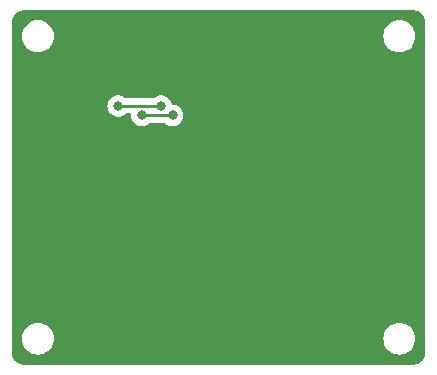
<source format=gbr>
%TF.GenerationSoftware,KiCad,Pcbnew,7.0.11-7.0.11~ubuntu22.04.1*%
%TF.CreationDate,2024-06-13T22:21:10+02:00*%
%TF.ProjectId,schneggi_sensor_kicad7,7363686e-6567-4676-995f-73656e736f72,rev?*%
%TF.SameCoordinates,Original*%
%TF.FileFunction,Copper,L2,Bot*%
%TF.FilePolarity,Positive*%
%FSLAX46Y46*%
G04 Gerber Fmt 4.6, Leading zero omitted, Abs format (unit mm)*
G04 Created by KiCad (PCBNEW 7.0.11-7.0.11~ubuntu22.04.1) date 2024-06-13 22:21:10*
%MOMM*%
%LPD*%
G01*
G04 APERTURE LIST*
%TA.AperFunction,ViaPad*%
%ADD10C,0.800000*%
%TD*%
%TA.AperFunction,Conductor*%
%ADD11C,0.250000*%
%TD*%
G04 APERTURE END LIST*
D10*
%TO.N,GND*%
X19400000Y-16800000D03*
X12200000Y-5400000D03*
X19800000Y-9000000D03*
X19400000Y-13100000D03*
X11400000Y-1400000D03*
X8300000Y-1500000D03*
X17500000Y-15000000D03*
X15700000Y-13100000D03*
X15700000Y-16700000D03*
X21200000Y-20475000D03*
%TO.N,SCL*%
X13600000Y-8900000D03*
X11000000Y-8900000D03*
%TO.N,nRF_VDD*%
X9000000Y-8100000D03*
X12635000Y-8100000D03*
%TD*%
D11*
%TO.N,SCL*%
X13600000Y-8900000D02*
X11000000Y-8900000D01*
%TO.N,nRF_VDD*%
X12635000Y-8100000D02*
X9000000Y-8100000D01*
%TD*%
%TA.AperFunction,Conductor*%
%TO.N,GND*%
G36*
X34005474Y-979D02*
G01*
X34013300Y-1663D01*
X34044887Y-4427D01*
X34046124Y-4542D01*
X34171603Y-16901D01*
X34191847Y-20584D01*
X34256419Y-37886D01*
X34260252Y-38981D01*
X34351432Y-66640D01*
X34368092Y-73014D01*
X34404035Y-89775D01*
X34433794Y-103652D01*
X34439939Y-106724D01*
X34518940Y-148951D01*
X34531815Y-156860D01*
X34592829Y-199583D01*
X34600491Y-205396D01*
X34668383Y-261113D01*
X34677545Y-269418D01*
X34730580Y-322453D01*
X34738885Y-331615D01*
X34794602Y-399507D01*
X34800415Y-407169D01*
X34843138Y-468183D01*
X34851047Y-481058D01*
X34893274Y-560059D01*
X34896346Y-566204D01*
X34926982Y-631902D01*
X34933362Y-648577D01*
X34960996Y-739674D01*
X34962129Y-743640D01*
X34979412Y-808144D01*
X34983098Y-828404D01*
X34995456Y-953874D01*
X34995583Y-955239D01*
X34999020Y-994513D01*
X34999500Y-1005498D01*
X34999500Y-28994499D01*
X34999020Y-29005484D01*
X34995582Y-29044767D01*
X34995455Y-29046132D01*
X34983098Y-29171594D01*
X34979412Y-29191854D01*
X34962129Y-29256358D01*
X34960996Y-29260324D01*
X34933362Y-29351421D01*
X34926982Y-29368096D01*
X34896346Y-29433794D01*
X34893274Y-29439939D01*
X34851047Y-29518940D01*
X34843138Y-29531815D01*
X34800415Y-29592829D01*
X34794602Y-29600491D01*
X34738885Y-29668383D01*
X34730580Y-29677545D01*
X34677545Y-29730580D01*
X34668383Y-29738885D01*
X34600491Y-29794602D01*
X34592829Y-29800415D01*
X34531815Y-29843138D01*
X34518940Y-29851047D01*
X34439939Y-29893274D01*
X34433794Y-29896346D01*
X34368096Y-29926982D01*
X34351421Y-29933362D01*
X34260324Y-29960996D01*
X34256358Y-29962129D01*
X34191854Y-29979412D01*
X34171594Y-29983098D01*
X34046132Y-29995455D01*
X34044768Y-29995582D01*
X34005486Y-29999020D01*
X33994500Y-29999500D01*
X1005499Y-29999500D01*
X994515Y-29999020D01*
X955240Y-29995583D01*
X953874Y-29995456D01*
X828404Y-29983098D01*
X808144Y-29979412D01*
X743640Y-29962129D01*
X739674Y-29960996D01*
X648577Y-29933362D01*
X631902Y-29926982D01*
X566204Y-29896346D01*
X560059Y-29893274D01*
X481058Y-29851047D01*
X468183Y-29843138D01*
X407169Y-29800415D01*
X399507Y-29794602D01*
X331615Y-29738885D01*
X322453Y-29730580D01*
X269418Y-29677545D01*
X261113Y-29668383D01*
X205396Y-29600491D01*
X199583Y-29592829D01*
X156860Y-29531815D01*
X148951Y-29518940D01*
X106724Y-29439939D01*
X103652Y-29433794D01*
X73016Y-29368096D01*
X66640Y-29351432D01*
X38981Y-29260252D01*
X37886Y-29256419D01*
X20584Y-29191847D01*
X16901Y-29171603D01*
X4543Y-29046125D01*
X4422Y-29044830D01*
X4416Y-29044767D01*
X979Y-29005472D01*
X500Y-28994492D01*
X500Y-27800000D01*
X844341Y-27800000D01*
X864937Y-28035411D01*
X926096Y-28263661D01*
X926098Y-28263665D01*
X1025966Y-28477832D01*
X1161498Y-28671392D01*
X1161502Y-28671397D01*
X1161505Y-28671401D01*
X1328599Y-28838495D01*
X1328603Y-28838498D01*
X1328607Y-28838501D01*
X1522167Y-28974033D01*
X1522166Y-28974033D01*
X1566041Y-28994492D01*
X1736337Y-29073903D01*
X1964592Y-29135063D01*
X2141034Y-29150500D01*
X2141041Y-29150500D01*
X2258959Y-29150500D01*
X2258966Y-29150500D01*
X2435408Y-29135063D01*
X2663663Y-29073903D01*
X2877829Y-28974035D01*
X3071401Y-28838495D01*
X3238495Y-28671401D01*
X3374035Y-28477830D01*
X3473903Y-28263663D01*
X3535063Y-28035408D01*
X3555659Y-27800000D01*
X31444341Y-27800000D01*
X31464937Y-28035411D01*
X31526096Y-28263661D01*
X31526098Y-28263665D01*
X31625966Y-28477832D01*
X31761498Y-28671392D01*
X31761502Y-28671397D01*
X31761505Y-28671401D01*
X31928599Y-28838495D01*
X31928603Y-28838498D01*
X31928607Y-28838501D01*
X32122167Y-28974033D01*
X32122166Y-28974033D01*
X32166041Y-28994492D01*
X32336337Y-29073903D01*
X32564592Y-29135063D01*
X32741034Y-29150500D01*
X32741041Y-29150500D01*
X32858959Y-29150500D01*
X32858966Y-29150500D01*
X33035408Y-29135063D01*
X33263663Y-29073903D01*
X33477829Y-28974035D01*
X33671401Y-28838495D01*
X33838495Y-28671401D01*
X33974035Y-28477830D01*
X34073903Y-28263663D01*
X34135063Y-28035408D01*
X34155659Y-27800000D01*
X34135063Y-27564592D01*
X34073903Y-27336337D01*
X33974035Y-27122171D01*
X33974034Y-27122169D01*
X33974033Y-27122167D01*
X33838501Y-26928607D01*
X33838497Y-26928602D01*
X33838495Y-26928599D01*
X33671401Y-26761505D01*
X33671397Y-26761502D01*
X33671392Y-26761498D01*
X33477832Y-26625966D01*
X33477833Y-26625966D01*
X33263665Y-26526098D01*
X33263661Y-26526096D01*
X33035411Y-26464937D01*
X32982475Y-26460305D01*
X32858966Y-26449500D01*
X32741034Y-26449500D01*
X32628752Y-26459323D01*
X32564588Y-26464937D01*
X32336338Y-26526096D01*
X32336334Y-26526098D01*
X32122167Y-26625966D01*
X31928607Y-26761498D01*
X31928596Y-26761507D01*
X31761507Y-26928596D01*
X31761502Y-26928602D01*
X31625965Y-27122169D01*
X31526098Y-27336334D01*
X31526096Y-27336338D01*
X31464937Y-27564588D01*
X31444341Y-27800000D01*
X3555659Y-27800000D01*
X3535063Y-27564592D01*
X3473903Y-27336337D01*
X3374035Y-27122171D01*
X3374034Y-27122169D01*
X3374033Y-27122167D01*
X3238501Y-26928607D01*
X3238497Y-26928602D01*
X3238495Y-26928599D01*
X3071401Y-26761505D01*
X3071397Y-26761502D01*
X3071392Y-26761498D01*
X2877832Y-26625966D01*
X2877833Y-26625966D01*
X2663665Y-26526098D01*
X2663661Y-26526096D01*
X2435411Y-26464937D01*
X2382475Y-26460305D01*
X2258966Y-26449500D01*
X2141034Y-26449500D01*
X2028752Y-26459323D01*
X1964588Y-26464937D01*
X1736338Y-26526096D01*
X1736334Y-26526098D01*
X1522167Y-26625966D01*
X1328607Y-26761498D01*
X1328596Y-26761507D01*
X1161507Y-26928596D01*
X1161502Y-26928602D01*
X1025965Y-27122169D01*
X926098Y-27336334D01*
X926096Y-27336338D01*
X864937Y-27564588D01*
X844341Y-27800000D01*
X500Y-27800000D01*
X500Y-8100000D01*
X8086496Y-8100000D01*
X8106457Y-8289927D01*
X8136526Y-8382470D01*
X8165473Y-8471556D01*
X8165476Y-8471561D01*
X8260958Y-8636941D01*
X8260965Y-8636951D01*
X8388744Y-8778864D01*
X8388747Y-8778866D01*
X8543248Y-8891118D01*
X8717712Y-8968794D01*
X8904513Y-9008500D01*
X9095487Y-9008500D01*
X9282288Y-8968794D01*
X9456752Y-8891118D01*
X9611253Y-8778866D01*
X9614563Y-8775190D01*
X9675009Y-8737950D01*
X9708200Y-8733500D01*
X9964059Y-8733500D01*
X10032180Y-8753502D01*
X10078673Y-8807158D01*
X10089368Y-8872669D01*
X10087430Y-8891117D01*
X10086496Y-8900000D01*
X10106457Y-9089927D01*
X10136526Y-9182470D01*
X10165473Y-9271556D01*
X10165476Y-9271561D01*
X10260958Y-9436941D01*
X10260965Y-9436951D01*
X10388744Y-9578864D01*
X10388747Y-9578866D01*
X10543248Y-9691118D01*
X10717712Y-9768794D01*
X10904513Y-9808500D01*
X11095487Y-9808500D01*
X11282288Y-9768794D01*
X11456752Y-9691118D01*
X11611253Y-9578866D01*
X11614563Y-9575190D01*
X11675009Y-9537950D01*
X11708200Y-9533500D01*
X12891800Y-9533500D01*
X12959921Y-9553502D01*
X12985437Y-9575190D01*
X12988747Y-9578866D01*
X13143248Y-9691118D01*
X13317712Y-9768794D01*
X13504513Y-9808500D01*
X13695487Y-9808500D01*
X13882288Y-9768794D01*
X14056752Y-9691118D01*
X14211253Y-9578866D01*
X14339040Y-9436944D01*
X14434527Y-9271556D01*
X14493542Y-9089928D01*
X14513504Y-8900000D01*
X14493542Y-8710072D01*
X14434527Y-8528444D01*
X14339040Y-8363056D01*
X14339038Y-8363054D01*
X14339034Y-8363048D01*
X14211255Y-8221135D01*
X14056752Y-8108882D01*
X13882288Y-8031206D01*
X13695487Y-7991500D01*
X13646544Y-7991500D01*
X13578423Y-7971498D01*
X13531930Y-7917842D01*
X13526711Y-7904437D01*
X13469527Y-7728444D01*
X13374040Y-7563056D01*
X13374038Y-7563054D01*
X13374034Y-7563048D01*
X13246255Y-7421135D01*
X13091752Y-7308882D01*
X12917288Y-7231206D01*
X12730487Y-7191500D01*
X12539513Y-7191500D01*
X12352711Y-7231206D01*
X12178247Y-7308882D01*
X12023747Y-7421133D01*
X12020437Y-7424810D01*
X11959991Y-7462050D01*
X11926800Y-7466500D01*
X9708200Y-7466500D01*
X9640079Y-7446498D01*
X9614563Y-7424810D01*
X9611252Y-7421133D01*
X9456752Y-7308882D01*
X9282288Y-7231206D01*
X9095487Y-7191500D01*
X8904513Y-7191500D01*
X8717711Y-7231206D01*
X8543247Y-7308882D01*
X8388744Y-7421135D01*
X8260965Y-7563048D01*
X8260958Y-7563058D01*
X8165476Y-7728438D01*
X8165473Y-7728445D01*
X8106457Y-7910072D01*
X8086496Y-8100000D01*
X500Y-8100000D01*
X500Y-2200000D01*
X844341Y-2200000D01*
X864937Y-2435411D01*
X926096Y-2663661D01*
X926098Y-2663665D01*
X1025966Y-2877832D01*
X1161498Y-3071392D01*
X1161502Y-3071397D01*
X1161505Y-3071401D01*
X1328599Y-3238495D01*
X1328603Y-3238498D01*
X1328607Y-3238501D01*
X1522167Y-3374033D01*
X1522166Y-3374033D01*
X1598304Y-3409537D01*
X1736337Y-3473903D01*
X1964592Y-3535063D01*
X2141034Y-3550500D01*
X2141041Y-3550500D01*
X2258959Y-3550500D01*
X2258966Y-3550500D01*
X2435408Y-3535063D01*
X2663663Y-3473903D01*
X2877829Y-3374035D01*
X3071401Y-3238495D01*
X3238495Y-3071401D01*
X3374035Y-2877830D01*
X3473903Y-2663663D01*
X3535063Y-2435408D01*
X3555659Y-2200000D01*
X31444341Y-2200000D01*
X31464937Y-2435411D01*
X31526096Y-2663661D01*
X31526098Y-2663665D01*
X31625966Y-2877832D01*
X31761498Y-3071392D01*
X31761502Y-3071397D01*
X31761505Y-3071401D01*
X31928599Y-3238495D01*
X31928603Y-3238498D01*
X31928607Y-3238501D01*
X32122167Y-3374033D01*
X32122166Y-3374033D01*
X32198304Y-3409537D01*
X32336337Y-3473903D01*
X32564592Y-3535063D01*
X32741034Y-3550500D01*
X32741041Y-3550500D01*
X32858959Y-3550500D01*
X32858966Y-3550500D01*
X33035408Y-3535063D01*
X33263663Y-3473903D01*
X33477829Y-3374035D01*
X33671401Y-3238495D01*
X33838495Y-3071401D01*
X33974035Y-2877830D01*
X34073903Y-2663663D01*
X34135063Y-2435408D01*
X34155659Y-2200000D01*
X34135063Y-1964592D01*
X34073903Y-1736337D01*
X33974035Y-1522171D01*
X33974034Y-1522169D01*
X33974033Y-1522167D01*
X33838501Y-1328607D01*
X33838497Y-1328602D01*
X33838495Y-1328599D01*
X33671401Y-1161505D01*
X33671397Y-1161502D01*
X33671392Y-1161498D01*
X33477832Y-1025966D01*
X33477833Y-1025966D01*
X33263665Y-926098D01*
X33263661Y-926096D01*
X33035411Y-864937D01*
X32982475Y-860305D01*
X32858966Y-849500D01*
X32741034Y-849500D01*
X32628752Y-859323D01*
X32564588Y-864937D01*
X32336338Y-926096D01*
X32336334Y-926098D01*
X32122167Y-1025966D01*
X31928607Y-1161498D01*
X31928596Y-1161507D01*
X31761507Y-1328596D01*
X31761502Y-1328602D01*
X31625965Y-1522169D01*
X31526098Y-1736334D01*
X31526096Y-1736338D01*
X31464937Y-1964588D01*
X31444341Y-2200000D01*
X3555659Y-2200000D01*
X3535063Y-1964592D01*
X3473903Y-1736337D01*
X3374035Y-1522171D01*
X3374034Y-1522169D01*
X3374033Y-1522167D01*
X3238501Y-1328607D01*
X3238497Y-1328602D01*
X3238495Y-1328599D01*
X3071401Y-1161505D01*
X3071397Y-1161502D01*
X3071392Y-1161498D01*
X2877832Y-1025966D01*
X2877833Y-1025966D01*
X2663665Y-926098D01*
X2663661Y-926096D01*
X2435411Y-864937D01*
X2382475Y-860305D01*
X2258966Y-849500D01*
X2141034Y-849500D01*
X2028752Y-859323D01*
X1964588Y-864937D01*
X1736338Y-926096D01*
X1736334Y-926098D01*
X1522167Y-1025966D01*
X1328607Y-1161498D01*
X1328596Y-1161507D01*
X1161507Y-1328596D01*
X1161502Y-1328602D01*
X1025965Y-1522169D01*
X926098Y-1736334D01*
X926096Y-1736338D01*
X864937Y-1964588D01*
X844341Y-2200000D01*
X500Y-2200000D01*
X500Y-1005506D01*
X979Y-994526D01*
X4422Y-955167D01*
X4543Y-953874D01*
X16902Y-828391D01*
X20583Y-808156D01*
X37895Y-743548D01*
X38971Y-739780D01*
X66643Y-648558D01*
X73010Y-631916D01*
X103665Y-566176D01*
X106709Y-560088D01*
X148958Y-481046D01*
X156848Y-468201D01*
X199597Y-407149D01*
X205380Y-399527D01*
X261131Y-331594D01*
X269398Y-322474D01*
X322474Y-269398D01*
X331594Y-261131D01*
X399527Y-205380D01*
X407149Y-199597D01*
X468201Y-156848D01*
X481046Y-148958D01*
X560088Y-106709D01*
X566176Y-103665D01*
X631916Y-73010D01*
X648558Y-66643D01*
X739780Y-38971D01*
X743548Y-37895D01*
X808156Y-20583D01*
X828391Y-16902D01*
X953929Y-4537D01*
X955078Y-4430D01*
X984529Y-1853D01*
X994527Y-979D01*
X1005507Y-500D01*
X33994493Y-500D01*
X34005474Y-979D01*
G37*
%TD.AperFunction*%
%TD*%
M02*

</source>
